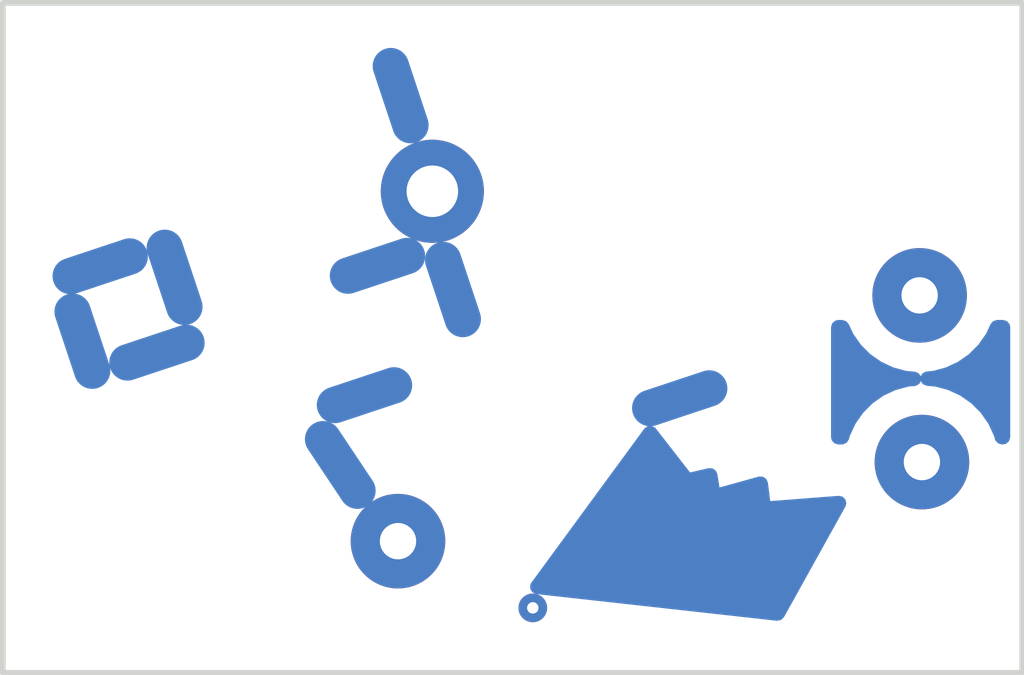
<source format=kicad_pcb>
(kicad_pcb (version 20220815) (generator pcbnew)
  (title_block (rev "1") (company "Kicad Demo"))
  (layers (0 "F.Cu" signal "top_copper") (31 "B.Cu" signal "bottom_copper") (34 "B.Paste" user) (35 "F.Paste" user) (36 "B.SilkS" user "B.Silkscreen") (37 "F.SilkS" user "F.Silkscreen") (38 "B.Mask" user) (39 "F.Mask" user) (44 "Edge.Cuts" user))
  (net 0 "")
  (net 1 "Net-(D1-Pad2)")
  (footprint "Diode_THT:D_A-405_P7.62mm_Horizontal" (layer "F.Cu") (at 134.62 72.39 180)
    (fp_text reference "D1" hide)
    (fp_text value "BAT46" hide)
    (pad "2" thru_hole oval (at 7.62 0 180) (size 1.8 1.8) (drill 0.9) (layers *.Cu *.Mask) (net 1 "Net-(D1-Pad2)"))
  )
  (gr_rect (start 119.5 69.1) (end 137.3 80.8) (stroke (width 0.1)) (fill none) (layer "Edge.Cuts"))
  (via (at 135.549127 77.119098) (size 1.651) (drill 0.635) (layers "F.Cu" "B.Cu") (net 0))
  (via (at 135.509077 74.208158) (size 1.651) (drill 0.635) (layers "F.Cu" "B.Cu") (net 0))
  (via (at 126.4 78.5) (size 1.651) (drill 0.635) (layers "F.Cu" "B.Cu") (net 1))
  (via (at 128.753787 79.665232) (size 0.5) (drill 0.2) (layers "F.Cu" "B.Cu") (net 1))
  (segment (start 121.060406 75.523254) (end 120.717987 74.4931) (width 0.635) (layer "B.Cu") (net 1))
  (segment (start 122.327576 73.37773) (end 122.669995 74.407884) (width 0.635) (layer "B.Cu") (net 1))
  (segment (start 127.531503 74.6208) (end 127.189084 73.590646) (width 0.635) (layer "B.Cu") (net 1))
  (segment (start 125.5268 73.8632) (end 126.556954 73.520781) (width 0.635) (layer "B.Cu") (net 1))
  (segment (start 125.092037 76.719181) (end 125.692037 77.619181) (width 0.635) (layer "B.Cu") (net 1))
  (segment (start 122.705989 75.036817) (end 121.675835 75.379236) (width 0.635) (layer "B.Cu") (net 1))
  (segment (start 120.684923 73.871209) (end 121.715077 73.52879) (width 0.635) (layer "B.Cu") (net 1))
  (segment (start 126.617499 71.234484) (end 126.27508 70.20433) (width 0.635) (layer "B.Cu") (net 1))
  (segment (start 130.804351 76.175706) (end 131.834505 75.833287) (width 0.635) (layer "B.Cu") (net 1))
  (segment (start 125.299606 76.121706) (end 126.32976 75.779287) (width 0.635) (layer "B.Cu") (net 1))
  (zone (net 1) (net_name "Net-(D1-Pad2)") (layer "B.Cu") (connect_pads (clearance 0.508)) (min_thickness 0.254) (fill yes (thermal_gap 0.508) (thermal_bridge_width 0.508) (island_removal_mode 1) (island_area_min 10))
    (polygon (pts (xy 131.5 77.3) (xy 132.8 77) (xy 132.9 77.8) (xy 134.2 77.7) (xy 134.6 77.2) (xy 133.1 79.9) (xy 128.6 79.4) (xy 130.8 76.4)))
    (polygon (pts (xy 131.962958 77.241665) (xy 132.01481 77.562503) (xy 132.754165 77.357194) (xy 132.622685 77.072469)))
  )
  (zone (net 1) (net_name "Net-(D1-Pad2)") (layer "B.Cu") (connect_pads (clearance 0.508)) (min_thickness 0.254) (fill yes (thermal_gap 0.508) (thermal_bridge_width 0.508) (island_removal_mode 1) (island_area_min 10))
    (polygon (pts (xy 137.09101 76.812004) (xy 133.962002 76.812004) (xy 133.962002 74.636898) (xy 137.09101 74.636898)))
  )
)
</source>
